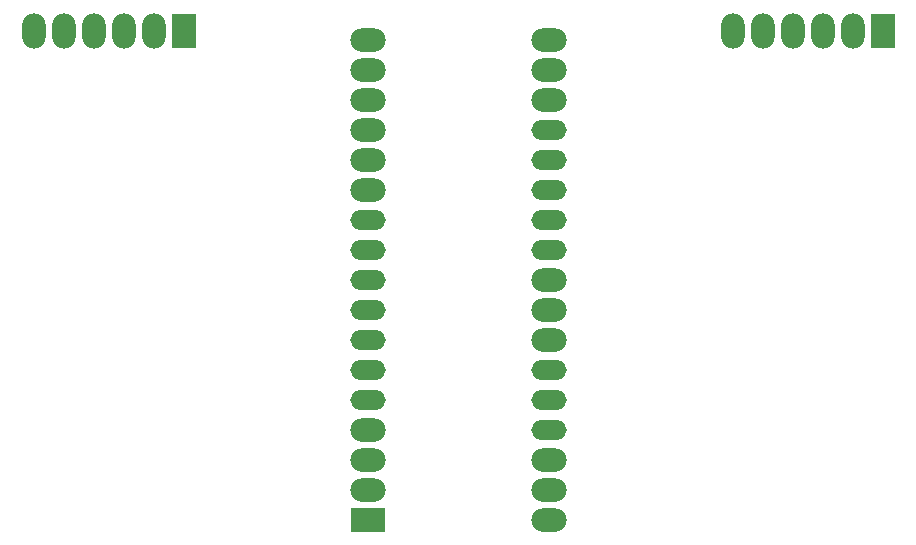
<source format=gbr>
%TF.GenerationSoftware,KiCad,Pcbnew,(6.0.2)*%
%TF.CreationDate,2022-03-08T19:53:29+01:00*%
%TF.ProjectId,numPAD_MCU,6e756d50-4144-45f4-9d43-552e6b696361,rev?*%
%TF.SameCoordinates,Original*%
%TF.FileFunction,Soldermask,Top*%
%TF.FilePolarity,Negative*%
%FSLAX46Y46*%
G04 Gerber Fmt 4.6, Leading zero omitted, Abs format (unit mm)*
G04 Created by KiCad (PCBNEW (6.0.2)) date 2022-03-08 19:53:29*
%MOMM*%
%LPD*%
G01*
G04 APERTURE LIST*
%ADD10O,2.000000X3.000000*%
%ADD11R,2.000000X3.000000*%
%ADD12O,3.000000X1.700000*%
%ADD13O,3.000000X2.000000*%
%ADD14R,3.000000X2.000000*%
G04 APERTURE END LIST*
D10*
%TO.C,J2*%
X110500000Y-76500000D03*
X113040000Y-76500000D03*
X115580000Y-76500000D03*
X118120000Y-76500000D03*
X120660000Y-76500000D03*
D11*
X123200000Y-76500000D03*
%TD*%
D12*
%TO.C,U1*%
X138841500Y-102675500D03*
X138841500Y-100135500D03*
D13*
X154097500Y-79815500D03*
D12*
X138841500Y-97595500D03*
X138841500Y-95055500D03*
X154097500Y-105215500D03*
X138841500Y-92515500D03*
D13*
X138841500Y-89975500D03*
X138841500Y-87435500D03*
X138841500Y-84895500D03*
X138841500Y-82355500D03*
X138841500Y-79815500D03*
X138841500Y-77275500D03*
X154097500Y-77275500D03*
D12*
X154097500Y-84895500D03*
X154097500Y-87435500D03*
X154097500Y-89975500D03*
X154097500Y-92515500D03*
X154097500Y-95055500D03*
D13*
X154097500Y-97595500D03*
X154097500Y-82355500D03*
D12*
X154097500Y-110295500D03*
X138841500Y-105215500D03*
D13*
X154097500Y-115375500D03*
D14*
X138841500Y-117915500D03*
D13*
X154097500Y-100135500D03*
X154097500Y-102675500D03*
D12*
X138841500Y-107755500D03*
X154097500Y-107755500D03*
D13*
X138841500Y-110295500D03*
X154097500Y-117915500D03*
X138841500Y-115375500D03*
X138841500Y-112835500D03*
X154097500Y-112835500D03*
%TD*%
D11*
%TO.C,J1*%
X182375000Y-76475000D03*
D10*
X179835000Y-76475000D03*
X177295000Y-76475000D03*
X174755000Y-76475000D03*
X172215000Y-76475000D03*
X169675000Y-76475000D03*
%TD*%
M02*

</source>
